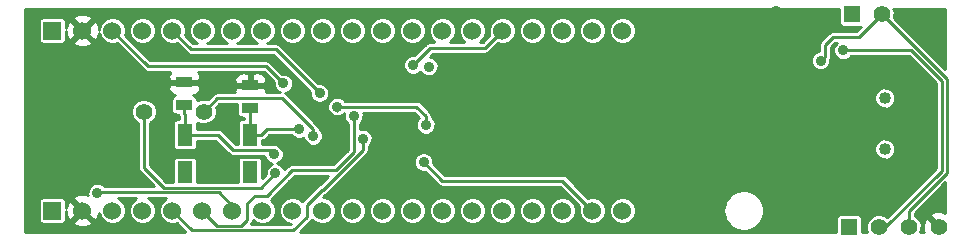
<source format=gbl>
G04 (created by PCBNEW (2013-07-07 BZR 4022)-stable) date 08/01/2015 19:31:04*
%MOIN*%
G04 Gerber Fmt 3.4, Leading zero omitted, Abs format*
%FSLAX34Y34*%
G01*
G70*
G90*
G04 APERTURE LIST*
%ADD10C,0.00590551*%
%ADD11R,0.06X0.06*%
%ADD12C,0.06*%
%ADD13R,0.055X0.035*%
%ADD14C,0.056*%
%ADD15C,0.04*%
%ADD16R,0.0511811X0.0748031*%
%ADD17R,0.055X0.055*%
%ADD18C,0.055*%
%ADD19C,0.035*%
%ADD20C,0.01*%
G04 APERTURE END LIST*
G54D10*
G54D11*
X44200Y-38000D03*
G54D12*
X49200Y-38000D03*
X50200Y-38000D03*
X51200Y-38000D03*
X52200Y-38000D03*
X53200Y-38000D03*
X54200Y-38000D03*
X55200Y-38000D03*
X56200Y-38000D03*
X57200Y-38000D03*
X58200Y-38000D03*
X59200Y-38000D03*
X60200Y-38000D03*
X61200Y-38000D03*
X62200Y-38000D03*
X45200Y-38000D03*
X46200Y-38000D03*
X47200Y-38000D03*
X48200Y-38000D03*
X63200Y-38000D03*
G54D11*
X44200Y-32000D03*
G54D12*
X49200Y-32000D03*
X50200Y-32000D03*
X51200Y-32000D03*
X52200Y-32000D03*
X53200Y-32000D03*
X54200Y-32000D03*
X55200Y-32000D03*
X56200Y-32000D03*
X57200Y-32000D03*
X58200Y-32000D03*
X59200Y-32000D03*
X60200Y-32000D03*
X61200Y-32000D03*
X62200Y-32000D03*
X45200Y-32000D03*
X46200Y-32000D03*
X47200Y-32000D03*
X48200Y-32000D03*
X63200Y-32000D03*
G54D13*
X48600Y-33725D03*
X48600Y-34475D03*
X50800Y-33825D03*
X50800Y-34575D03*
G54D14*
X47250Y-34700D03*
X49250Y-34700D03*
G54D15*
X71950Y-35950D03*
X71950Y-34250D03*
G54D16*
X48617Y-35470D03*
X50782Y-35470D03*
X50782Y-36729D03*
X48617Y-36729D03*
G54D17*
X70750Y-38550D03*
G54D18*
X71750Y-38550D03*
X72750Y-38550D03*
X73750Y-38550D03*
G54D17*
X70850Y-31450D03*
G54D18*
X71850Y-31450D03*
G54D19*
X56750Y-33200D03*
X51900Y-33759D03*
X70560Y-32660D03*
X69810Y-33000D03*
X56650Y-35150D03*
X53698Y-34538D03*
X54250Y-34850D03*
X56225Y-33150D03*
X54550Y-35600D03*
X56575Y-36383D03*
X53108Y-34084D03*
X52432Y-35284D03*
X51587Y-36119D03*
X51637Y-36752D03*
X52896Y-35510D03*
X45700Y-37400D03*
X52175Y-37125D03*
X52950Y-38600D03*
X51750Y-38350D03*
X44750Y-34500D03*
X62800Y-36450D03*
X59660Y-33900D03*
X61620Y-32520D03*
X59330Y-33270D03*
X59430Y-35960D03*
X64950Y-34050D03*
X64670Y-32700D03*
X65850Y-32200D03*
X64200Y-31920D03*
X72980Y-31500D03*
X49990Y-34980D03*
X53620Y-35550D03*
X72020Y-33170D03*
X71870Y-37210D03*
X68320Y-31350D03*
X62800Y-34300D03*
X67600Y-32500D03*
X70100Y-34250D03*
X50200Y-36575D03*
X69575Y-36375D03*
X53750Y-33650D03*
X51450Y-33850D03*
X46800Y-33850D03*
X63800Y-36450D03*
X56200Y-35900D03*
G54D20*
X51329Y-33188D02*
X51900Y-33759D01*
X47388Y-33188D02*
X51329Y-33188D01*
X46200Y-32000D02*
X47388Y-33188D01*
X71750Y-38550D02*
X71973Y-38550D01*
X72833Y-32660D02*
X70560Y-32660D01*
X73849Y-33676D02*
X72833Y-32660D01*
X73849Y-36673D02*
X73849Y-33676D01*
X71973Y-38550D02*
X73849Y-36673D01*
X71090Y-32210D02*
X71850Y-31450D01*
X70220Y-32210D02*
X71090Y-32210D01*
X69960Y-32470D02*
X70220Y-32210D01*
X69960Y-32850D02*
X69960Y-32470D01*
X69810Y-33000D02*
X69960Y-32850D01*
X72750Y-38550D02*
X72750Y-38000D01*
X74010Y-33610D02*
X71850Y-31450D01*
X74010Y-36740D02*
X74010Y-33610D01*
X72750Y-38000D02*
X74010Y-36740D01*
X56338Y-34538D02*
X56650Y-34850D01*
X56650Y-34850D02*
X56650Y-35150D01*
X53698Y-34538D02*
X56338Y-34538D01*
X53698Y-34669D02*
X53698Y-34538D01*
X54250Y-34850D02*
X54250Y-36050D01*
X49700Y-38500D02*
X49200Y-38000D01*
X50500Y-38500D02*
X49700Y-38500D01*
X50700Y-38300D02*
X50500Y-38500D01*
X50700Y-37750D02*
X50700Y-38300D01*
X50950Y-37500D02*
X50700Y-37750D01*
X51350Y-37500D02*
X50950Y-37500D01*
X52200Y-36650D02*
X51350Y-37500D01*
X53650Y-36650D02*
X52200Y-36650D01*
X54250Y-36050D02*
X53650Y-36650D01*
X56225Y-33150D02*
X56800Y-32575D01*
X58625Y-32575D02*
X59200Y-32000D01*
X56800Y-32575D02*
X58625Y-32575D01*
X48200Y-38000D02*
X48860Y-38660D01*
X54550Y-35976D02*
X54550Y-35600D01*
X53226Y-37300D02*
X54550Y-35976D01*
X53200Y-37300D02*
X53226Y-37300D01*
X52700Y-37800D02*
X53200Y-37300D01*
X52700Y-38200D02*
X52700Y-37800D01*
X52239Y-38660D02*
X52700Y-38200D01*
X48860Y-38660D02*
X52239Y-38660D01*
X61202Y-37002D02*
X62200Y-38000D01*
X57194Y-37002D02*
X61202Y-37002D01*
X56575Y-36383D02*
X57194Y-37002D01*
X48819Y-32619D02*
X48200Y-32000D01*
X51643Y-32619D02*
X48819Y-32619D01*
X53108Y-34084D02*
X51643Y-32619D01*
X50782Y-35470D02*
X50782Y-34965D01*
X50800Y-34948D02*
X50800Y-34575D01*
X50782Y-34965D02*
X50800Y-34948D01*
X51354Y-35284D02*
X51168Y-35470D01*
X52432Y-35284D02*
X51354Y-35284D01*
X50782Y-35470D02*
X51168Y-35470D01*
X51451Y-35982D02*
X51587Y-36119D01*
X50228Y-35982D02*
X51451Y-35982D01*
X49715Y-35470D02*
X50228Y-35982D01*
X48617Y-35470D02*
X49715Y-35470D01*
X48617Y-34797D02*
X48600Y-34780D01*
X48617Y-35470D02*
X48617Y-34797D01*
X48600Y-34475D02*
X48600Y-34780D01*
X47250Y-34700D02*
X47250Y-36575D01*
X51637Y-36752D02*
X51155Y-37234D01*
X51155Y-37234D02*
X49935Y-37234D01*
X47909Y-37234D02*
X49935Y-37234D01*
X47250Y-36575D02*
X47909Y-37234D01*
X52896Y-35288D02*
X52896Y-35510D01*
X51867Y-34259D02*
X52896Y-35288D01*
X49690Y-34259D02*
X51867Y-34259D01*
X49250Y-34700D02*
X49690Y-34259D01*
X50200Y-38000D02*
X50200Y-37850D01*
X45705Y-37394D02*
X45700Y-37400D01*
X49744Y-37394D02*
X45705Y-37394D01*
X50200Y-37850D02*
X49744Y-37394D01*
X52175Y-37125D02*
X52175Y-37175D01*
X51750Y-37600D02*
X51750Y-38350D01*
X52175Y-37175D02*
X51750Y-37600D01*
X59660Y-33900D02*
X59660Y-35730D01*
X59330Y-33570D02*
X59660Y-33900D01*
X61620Y-32520D02*
X60080Y-32520D01*
X61800Y-32700D02*
X61620Y-32520D01*
X64670Y-32700D02*
X61800Y-32700D01*
X60080Y-32520D02*
X59330Y-33270D01*
X59330Y-33270D02*
X59330Y-33570D01*
X59660Y-35730D02*
X59430Y-35960D01*
X64950Y-34050D02*
X64950Y-32980D01*
X64950Y-32980D02*
X64670Y-32700D01*
X65850Y-32200D02*
X64480Y-32200D01*
X64480Y-32200D02*
X64200Y-31920D01*
X51425Y-33825D02*
X50800Y-33825D01*
X51450Y-33850D02*
X51425Y-33825D01*
X56200Y-35900D02*
X56200Y-36650D01*
X63800Y-38150D02*
X63800Y-36450D01*
X63450Y-38500D02*
X63800Y-38150D01*
X61950Y-38500D02*
X63450Y-38500D01*
X61700Y-38250D02*
X61950Y-38500D01*
X61700Y-37800D02*
X61700Y-38250D01*
X61150Y-37250D02*
X61700Y-37800D01*
X56800Y-37250D02*
X61150Y-37250D01*
X56200Y-36650D02*
X56800Y-37250D01*
G54D10*
G36*
X50595Y-34900D02*
X50586Y-34946D01*
X50497Y-34946D01*
X50441Y-34968D01*
X50399Y-35010D01*
X50376Y-35066D01*
X50376Y-35125D01*
X50376Y-35782D01*
X50310Y-35782D01*
X49856Y-35328D01*
X49791Y-35285D01*
X49715Y-35270D01*
X49023Y-35270D01*
X49023Y-35071D01*
X49164Y-35129D01*
X49335Y-35130D01*
X49493Y-35064D01*
X49614Y-34943D01*
X49679Y-34785D01*
X49680Y-34614D01*
X49661Y-34570D01*
X49772Y-34459D01*
X50374Y-34459D01*
X50374Y-34779D01*
X50397Y-34834D01*
X50439Y-34877D01*
X50495Y-34899D01*
X50554Y-34900D01*
X50595Y-34900D01*
X50595Y-34900D01*
G37*
G54D20*
X50595Y-34900D02*
X50586Y-34946D01*
X50497Y-34946D01*
X50441Y-34968D01*
X50399Y-35010D01*
X50376Y-35066D01*
X50376Y-35125D01*
X50376Y-35782D01*
X50310Y-35782D01*
X49856Y-35328D01*
X49791Y-35285D01*
X49715Y-35270D01*
X49023Y-35270D01*
X49023Y-35071D01*
X49164Y-35129D01*
X49335Y-35130D01*
X49493Y-35064D01*
X49614Y-34943D01*
X49679Y-34785D01*
X49680Y-34614D01*
X49661Y-34570D01*
X49772Y-34459D01*
X50374Y-34459D01*
X50374Y-34779D01*
X50397Y-34834D01*
X50439Y-34877D01*
X50495Y-34899D01*
X50554Y-34900D01*
X50595Y-34900D01*
G54D10*
G36*
X53393Y-36850D02*
X53129Y-37114D01*
X53129Y-37114D01*
X53123Y-37115D01*
X53058Y-37158D01*
X52558Y-37658D01*
X52533Y-37696D01*
X52455Y-37618D01*
X52289Y-37550D01*
X52110Y-37549D01*
X51945Y-37618D01*
X51818Y-37744D01*
X51750Y-37910D01*
X51749Y-38089D01*
X51818Y-38254D01*
X51944Y-38381D01*
X52110Y-38449D01*
X52167Y-38449D01*
X52157Y-38460D01*
X50822Y-38460D01*
X50841Y-38441D01*
X50841Y-38441D01*
X50870Y-38398D01*
X50884Y-38376D01*
X50884Y-38376D01*
X50893Y-38330D01*
X50944Y-38381D01*
X51110Y-38449D01*
X51289Y-38450D01*
X51454Y-38381D01*
X51581Y-38255D01*
X51649Y-38089D01*
X51650Y-37910D01*
X51581Y-37745D01*
X51483Y-37646D01*
X51491Y-37641D01*
X52282Y-36850D01*
X53393Y-36850D01*
X53393Y-36850D01*
G37*
G54D20*
X53393Y-36850D02*
X53129Y-37114D01*
X53129Y-37114D01*
X53123Y-37115D01*
X53058Y-37158D01*
X52558Y-37658D01*
X52533Y-37696D01*
X52455Y-37618D01*
X52289Y-37550D01*
X52110Y-37549D01*
X51945Y-37618D01*
X51818Y-37744D01*
X51750Y-37910D01*
X51749Y-38089D01*
X51818Y-38254D01*
X51944Y-38381D01*
X52110Y-38449D01*
X52167Y-38449D01*
X52157Y-38460D01*
X50822Y-38460D01*
X50841Y-38441D01*
X50841Y-38441D01*
X50870Y-38398D01*
X50884Y-38376D01*
X50884Y-38376D01*
X50893Y-38330D01*
X50944Y-38381D01*
X51110Y-38449D01*
X51289Y-38450D01*
X51454Y-38381D01*
X51581Y-38255D01*
X51649Y-38089D01*
X51650Y-37910D01*
X51581Y-37745D01*
X51483Y-37646D01*
X51491Y-37641D01*
X52282Y-36850D01*
X53393Y-36850D01*
G54D10*
G36*
X73649Y-36590D02*
X72300Y-37940D01*
X72300Y-35880D01*
X72300Y-34180D01*
X72246Y-34052D01*
X72148Y-33953D01*
X72019Y-33900D01*
X71880Y-33899D01*
X71752Y-33953D01*
X71653Y-34051D01*
X71600Y-34180D01*
X71599Y-34319D01*
X71653Y-34448D01*
X71751Y-34546D01*
X71880Y-34599D01*
X72019Y-34600D01*
X72148Y-34546D01*
X72246Y-34448D01*
X72299Y-34319D01*
X72300Y-34180D01*
X72300Y-35880D01*
X72246Y-35752D01*
X72148Y-35653D01*
X72019Y-35600D01*
X71880Y-35599D01*
X71752Y-35653D01*
X71653Y-35751D01*
X71600Y-35880D01*
X71599Y-36019D01*
X71653Y-36148D01*
X71751Y-36246D01*
X71880Y-36299D01*
X72019Y-36300D01*
X72148Y-36246D01*
X72246Y-36148D01*
X72299Y-36019D01*
X72300Y-35880D01*
X72300Y-37940D01*
X72020Y-38219D01*
X71991Y-38189D01*
X71834Y-38125D01*
X71665Y-38124D01*
X71509Y-38189D01*
X71389Y-38308D01*
X71325Y-38465D01*
X71324Y-38634D01*
X71360Y-38720D01*
X71175Y-38720D01*
X71175Y-38245D01*
X71152Y-38190D01*
X71110Y-38147D01*
X71054Y-38125D01*
X70995Y-38124D01*
X70445Y-38124D01*
X70390Y-38147D01*
X70347Y-38189D01*
X70325Y-38245D01*
X70324Y-38304D01*
X70324Y-38720D01*
X67925Y-38720D01*
X67925Y-38034D01*
X67925Y-38000D01*
X67925Y-37965D01*
X67925Y-37964D01*
X67925Y-37964D01*
X67925Y-37964D01*
X67888Y-37773D01*
X67861Y-37709D01*
X67860Y-37708D01*
X67753Y-37547D01*
X67752Y-37546D01*
X67703Y-37496D01*
X67541Y-37389D01*
X67540Y-37388D01*
X67476Y-37361D01*
X67284Y-37323D01*
X67214Y-37323D01*
X67214Y-37324D01*
X67023Y-37361D01*
X66959Y-37388D01*
X66958Y-37389D01*
X66797Y-37496D01*
X66796Y-37497D01*
X66746Y-37546D01*
X66639Y-37708D01*
X66638Y-37709D01*
X66611Y-37773D01*
X66573Y-37965D01*
X66573Y-38000D01*
X66573Y-38034D01*
X66611Y-38226D01*
X66638Y-38290D01*
X66639Y-38291D01*
X66746Y-38453D01*
X66796Y-38502D01*
X66797Y-38503D01*
X66958Y-38610D01*
X66959Y-38611D01*
X67023Y-38638D01*
X67214Y-38675D01*
X67214Y-38676D01*
X67284Y-38676D01*
X67476Y-38638D01*
X67540Y-38611D01*
X67541Y-38610D01*
X67703Y-38503D01*
X67752Y-38453D01*
X67753Y-38452D01*
X67860Y-38291D01*
X67861Y-38290D01*
X67888Y-38226D01*
X67925Y-38035D01*
X67925Y-38035D01*
X67925Y-38035D01*
X67925Y-38034D01*
X67925Y-38720D01*
X63650Y-38720D01*
X63650Y-37910D01*
X63650Y-31910D01*
X63581Y-31745D01*
X63455Y-31618D01*
X63289Y-31550D01*
X63110Y-31549D01*
X62945Y-31618D01*
X62818Y-31744D01*
X62750Y-31910D01*
X62749Y-32089D01*
X62818Y-32254D01*
X62944Y-32381D01*
X63110Y-32449D01*
X63289Y-32450D01*
X63454Y-32381D01*
X63581Y-32255D01*
X63649Y-32089D01*
X63650Y-31910D01*
X63650Y-37910D01*
X63581Y-37745D01*
X63455Y-37618D01*
X63289Y-37550D01*
X63110Y-37549D01*
X62945Y-37618D01*
X62818Y-37744D01*
X62750Y-37910D01*
X62749Y-38089D01*
X62818Y-38254D01*
X62944Y-38381D01*
X63110Y-38449D01*
X63289Y-38450D01*
X63454Y-38381D01*
X63581Y-38255D01*
X63649Y-38089D01*
X63650Y-37910D01*
X63650Y-38720D01*
X62650Y-38720D01*
X62650Y-37910D01*
X62650Y-31910D01*
X62581Y-31745D01*
X62455Y-31618D01*
X62289Y-31550D01*
X62110Y-31549D01*
X61945Y-31618D01*
X61818Y-31744D01*
X61750Y-31910D01*
X61749Y-32089D01*
X61818Y-32254D01*
X61944Y-32381D01*
X62110Y-32449D01*
X62289Y-32450D01*
X62454Y-32381D01*
X62581Y-32255D01*
X62649Y-32089D01*
X62650Y-31910D01*
X62650Y-37910D01*
X62581Y-37745D01*
X62455Y-37618D01*
X62289Y-37550D01*
X62110Y-37549D01*
X62055Y-37572D01*
X61650Y-37167D01*
X61650Y-31910D01*
X61581Y-31745D01*
X61455Y-31618D01*
X61289Y-31550D01*
X61110Y-31549D01*
X60945Y-31618D01*
X60818Y-31744D01*
X60750Y-31910D01*
X60749Y-32089D01*
X60818Y-32254D01*
X60944Y-32381D01*
X61110Y-32449D01*
X61289Y-32450D01*
X61454Y-32381D01*
X61581Y-32255D01*
X61649Y-32089D01*
X61650Y-31910D01*
X61650Y-37167D01*
X61344Y-36861D01*
X61279Y-36818D01*
X61202Y-36802D01*
X60650Y-36802D01*
X60650Y-31910D01*
X60581Y-31745D01*
X60455Y-31618D01*
X60289Y-31550D01*
X60110Y-31549D01*
X59945Y-31618D01*
X59818Y-31744D01*
X59750Y-31910D01*
X59749Y-32089D01*
X59818Y-32254D01*
X59944Y-32381D01*
X60110Y-32449D01*
X60289Y-32450D01*
X60454Y-32381D01*
X60581Y-32255D01*
X60649Y-32089D01*
X60650Y-31910D01*
X60650Y-36802D01*
X59650Y-36802D01*
X59650Y-31910D01*
X59581Y-31745D01*
X59455Y-31618D01*
X59289Y-31550D01*
X59110Y-31549D01*
X58945Y-31618D01*
X58818Y-31744D01*
X58750Y-31910D01*
X58749Y-32089D01*
X58772Y-32144D01*
X58542Y-32375D01*
X58461Y-32375D01*
X58581Y-32255D01*
X58649Y-32089D01*
X58650Y-31910D01*
X58581Y-31745D01*
X58455Y-31618D01*
X58289Y-31550D01*
X58110Y-31549D01*
X57945Y-31618D01*
X57818Y-31744D01*
X57750Y-31910D01*
X57749Y-32089D01*
X57818Y-32254D01*
X57938Y-32375D01*
X57461Y-32375D01*
X57581Y-32255D01*
X57649Y-32089D01*
X57650Y-31910D01*
X57581Y-31745D01*
X57455Y-31618D01*
X57289Y-31550D01*
X57110Y-31549D01*
X56945Y-31618D01*
X56818Y-31744D01*
X56750Y-31910D01*
X56749Y-32089D01*
X56818Y-32254D01*
X56938Y-32375D01*
X56800Y-32375D01*
X56723Y-32390D01*
X56701Y-32404D01*
X56658Y-32433D01*
X56650Y-32442D01*
X56650Y-31910D01*
X56581Y-31745D01*
X56455Y-31618D01*
X56289Y-31550D01*
X56110Y-31549D01*
X55945Y-31618D01*
X55818Y-31744D01*
X55750Y-31910D01*
X55749Y-32089D01*
X55818Y-32254D01*
X55944Y-32381D01*
X56110Y-32449D01*
X56289Y-32450D01*
X56454Y-32381D01*
X56581Y-32255D01*
X56649Y-32089D01*
X56650Y-31910D01*
X56650Y-32442D01*
X56267Y-32825D01*
X56160Y-32824D01*
X56041Y-32874D01*
X55949Y-32965D01*
X55900Y-33085D01*
X55899Y-33214D01*
X55949Y-33333D01*
X56040Y-33425D01*
X56160Y-33474D01*
X56289Y-33475D01*
X56408Y-33425D01*
X56467Y-33367D01*
X56474Y-33383D01*
X56565Y-33475D01*
X56685Y-33524D01*
X56814Y-33525D01*
X56933Y-33475D01*
X57025Y-33384D01*
X57074Y-33264D01*
X57075Y-33135D01*
X57025Y-33016D01*
X56934Y-32924D01*
X56814Y-32875D01*
X56782Y-32875D01*
X56882Y-32775D01*
X58625Y-32775D01*
X58701Y-32759D01*
X58766Y-32716D01*
X59055Y-32427D01*
X59110Y-32449D01*
X59289Y-32450D01*
X59454Y-32381D01*
X59581Y-32255D01*
X59649Y-32089D01*
X59650Y-31910D01*
X59650Y-36802D01*
X57277Y-36802D01*
X56900Y-36425D01*
X56900Y-36319D01*
X56850Y-36199D01*
X56759Y-36108D01*
X56640Y-36058D01*
X56510Y-36058D01*
X56391Y-36108D01*
X56299Y-36199D01*
X56250Y-36318D01*
X56250Y-36448D01*
X56299Y-36567D01*
X56390Y-36659D01*
X56510Y-36708D01*
X56617Y-36708D01*
X57052Y-37144D01*
X57052Y-37144D01*
X57096Y-37173D01*
X57117Y-37187D01*
X57117Y-37187D01*
X57194Y-37202D01*
X61120Y-37202D01*
X61772Y-37855D01*
X61750Y-37910D01*
X61749Y-38089D01*
X61818Y-38254D01*
X61944Y-38381D01*
X62110Y-38449D01*
X62289Y-38450D01*
X62454Y-38381D01*
X62581Y-38255D01*
X62649Y-38089D01*
X62650Y-37910D01*
X62650Y-38720D01*
X61650Y-38720D01*
X61650Y-37910D01*
X61581Y-37745D01*
X61455Y-37618D01*
X61289Y-37550D01*
X61110Y-37549D01*
X60945Y-37618D01*
X60818Y-37744D01*
X60750Y-37910D01*
X60749Y-38089D01*
X60818Y-38254D01*
X60944Y-38381D01*
X61110Y-38449D01*
X61289Y-38450D01*
X61454Y-38381D01*
X61581Y-38255D01*
X61649Y-38089D01*
X61650Y-37910D01*
X61650Y-38720D01*
X60650Y-38720D01*
X60650Y-37910D01*
X60581Y-37745D01*
X60455Y-37618D01*
X60289Y-37550D01*
X60110Y-37549D01*
X59945Y-37618D01*
X59818Y-37744D01*
X59750Y-37910D01*
X59749Y-38089D01*
X59818Y-38254D01*
X59944Y-38381D01*
X60110Y-38449D01*
X60289Y-38450D01*
X60454Y-38381D01*
X60581Y-38255D01*
X60649Y-38089D01*
X60650Y-37910D01*
X60650Y-38720D01*
X59650Y-38720D01*
X59650Y-37910D01*
X59581Y-37745D01*
X59455Y-37618D01*
X59289Y-37550D01*
X59110Y-37549D01*
X58945Y-37618D01*
X58818Y-37744D01*
X58750Y-37910D01*
X58749Y-38089D01*
X58818Y-38254D01*
X58944Y-38381D01*
X59110Y-38449D01*
X59289Y-38450D01*
X59454Y-38381D01*
X59581Y-38255D01*
X59649Y-38089D01*
X59650Y-37910D01*
X59650Y-38720D01*
X58650Y-38720D01*
X58650Y-37910D01*
X58581Y-37745D01*
X58455Y-37618D01*
X58289Y-37550D01*
X58110Y-37549D01*
X57945Y-37618D01*
X57818Y-37744D01*
X57750Y-37910D01*
X57749Y-38089D01*
X57818Y-38254D01*
X57944Y-38381D01*
X58110Y-38449D01*
X58289Y-38450D01*
X58454Y-38381D01*
X58581Y-38255D01*
X58649Y-38089D01*
X58650Y-37910D01*
X58650Y-38720D01*
X57650Y-38720D01*
X57650Y-37910D01*
X57581Y-37745D01*
X57455Y-37618D01*
X57289Y-37550D01*
X57110Y-37549D01*
X56945Y-37618D01*
X56818Y-37744D01*
X56750Y-37910D01*
X56749Y-38089D01*
X56818Y-38254D01*
X56944Y-38381D01*
X57110Y-38449D01*
X57289Y-38450D01*
X57454Y-38381D01*
X57581Y-38255D01*
X57649Y-38089D01*
X57650Y-37910D01*
X57650Y-38720D01*
X56650Y-38720D01*
X56650Y-37910D01*
X56581Y-37745D01*
X56455Y-37618D01*
X56289Y-37550D01*
X56110Y-37549D01*
X55945Y-37618D01*
X55818Y-37744D01*
X55750Y-37910D01*
X55749Y-38089D01*
X55818Y-38254D01*
X55944Y-38381D01*
X56110Y-38449D01*
X56289Y-38450D01*
X56454Y-38381D01*
X56581Y-38255D01*
X56649Y-38089D01*
X56650Y-37910D01*
X56650Y-38720D01*
X55650Y-38720D01*
X55650Y-37910D01*
X55581Y-37745D01*
X55455Y-37618D01*
X55289Y-37550D01*
X55110Y-37549D01*
X54945Y-37618D01*
X54818Y-37744D01*
X54750Y-37910D01*
X54749Y-38089D01*
X54818Y-38254D01*
X54944Y-38381D01*
X55110Y-38449D01*
X55289Y-38450D01*
X55454Y-38381D01*
X55581Y-38255D01*
X55649Y-38089D01*
X55650Y-37910D01*
X55650Y-38720D01*
X54650Y-38720D01*
X54650Y-37910D01*
X54581Y-37745D01*
X54455Y-37618D01*
X54289Y-37550D01*
X54110Y-37549D01*
X53945Y-37618D01*
X53818Y-37744D01*
X53750Y-37910D01*
X53749Y-38089D01*
X53818Y-38254D01*
X53944Y-38381D01*
X54110Y-38449D01*
X54289Y-38450D01*
X54454Y-38381D01*
X54581Y-38255D01*
X54649Y-38089D01*
X54650Y-37910D01*
X54650Y-38720D01*
X52462Y-38720D01*
X52841Y-38341D01*
X52841Y-38341D01*
X52866Y-38303D01*
X52944Y-38381D01*
X53110Y-38449D01*
X53289Y-38450D01*
X53454Y-38381D01*
X53581Y-38255D01*
X53649Y-38089D01*
X53650Y-37910D01*
X53581Y-37745D01*
X53455Y-37618D01*
X53289Y-37550D01*
X53232Y-37550D01*
X53296Y-37485D01*
X53302Y-37484D01*
X53367Y-37441D01*
X54691Y-36117D01*
X54691Y-36117D01*
X54720Y-36074D01*
X54734Y-36052D01*
X54734Y-36052D01*
X54749Y-35976D01*
X54750Y-35976D01*
X54750Y-35859D01*
X54825Y-35784D01*
X54874Y-35664D01*
X54875Y-35535D01*
X54825Y-35416D01*
X54734Y-35324D01*
X54614Y-35275D01*
X54485Y-35274D01*
X54450Y-35289D01*
X54450Y-35109D01*
X54525Y-35034D01*
X54574Y-34914D01*
X54575Y-34785D01*
X54555Y-34738D01*
X56255Y-34738D01*
X56428Y-34911D01*
X56374Y-34965D01*
X56325Y-35085D01*
X56324Y-35214D01*
X56374Y-35333D01*
X56465Y-35425D01*
X56585Y-35474D01*
X56714Y-35475D01*
X56833Y-35425D01*
X56925Y-35334D01*
X56974Y-35214D01*
X56975Y-35085D01*
X56925Y-34966D01*
X56850Y-34890D01*
X56850Y-34850D01*
X56834Y-34773D01*
X56791Y-34708D01*
X56479Y-34396D01*
X56414Y-34353D01*
X56338Y-34338D01*
X55650Y-34338D01*
X55650Y-31910D01*
X55581Y-31745D01*
X55455Y-31618D01*
X55289Y-31550D01*
X55110Y-31549D01*
X54945Y-31618D01*
X54818Y-31744D01*
X54750Y-31910D01*
X54749Y-32089D01*
X54818Y-32254D01*
X54944Y-32381D01*
X55110Y-32449D01*
X55289Y-32450D01*
X55454Y-32381D01*
X55581Y-32255D01*
X55649Y-32089D01*
X55650Y-31910D01*
X55650Y-34338D01*
X54650Y-34338D01*
X54650Y-31910D01*
X54581Y-31745D01*
X54455Y-31618D01*
X54289Y-31550D01*
X54110Y-31549D01*
X53945Y-31618D01*
X53818Y-31744D01*
X53750Y-31910D01*
X53749Y-32089D01*
X53818Y-32254D01*
X53944Y-32381D01*
X54110Y-32449D01*
X54289Y-32450D01*
X54454Y-32381D01*
X54581Y-32255D01*
X54649Y-32089D01*
X54650Y-31910D01*
X54650Y-34338D01*
X53957Y-34338D01*
X53882Y-34263D01*
X53763Y-34213D01*
X53650Y-34213D01*
X53650Y-31910D01*
X53581Y-31745D01*
X53455Y-31618D01*
X53289Y-31550D01*
X53110Y-31549D01*
X52945Y-31618D01*
X52818Y-31744D01*
X52750Y-31910D01*
X52749Y-32089D01*
X52818Y-32254D01*
X52944Y-32381D01*
X53110Y-32449D01*
X53289Y-32450D01*
X53454Y-32381D01*
X53581Y-32255D01*
X53649Y-32089D01*
X53650Y-31910D01*
X53650Y-34213D01*
X53633Y-34213D01*
X53514Y-34262D01*
X53433Y-34343D01*
X53433Y-34020D01*
X53383Y-33900D01*
X53292Y-33809D01*
X53173Y-33759D01*
X53066Y-33759D01*
X52650Y-33343D01*
X52650Y-31910D01*
X52581Y-31745D01*
X52455Y-31618D01*
X52289Y-31550D01*
X52110Y-31549D01*
X51945Y-31618D01*
X51818Y-31744D01*
X51750Y-31910D01*
X51749Y-32089D01*
X51818Y-32254D01*
X51944Y-32381D01*
X52110Y-32449D01*
X52289Y-32450D01*
X52454Y-32381D01*
X52581Y-32255D01*
X52649Y-32089D01*
X52650Y-31910D01*
X52650Y-33343D01*
X51784Y-32478D01*
X51719Y-32434D01*
X51643Y-32419D01*
X51362Y-32419D01*
X51454Y-32381D01*
X51581Y-32255D01*
X51649Y-32089D01*
X51650Y-31910D01*
X51581Y-31745D01*
X51455Y-31618D01*
X51289Y-31550D01*
X51110Y-31549D01*
X50945Y-31618D01*
X50818Y-31744D01*
X50750Y-31910D01*
X50749Y-32089D01*
X50818Y-32254D01*
X50944Y-32381D01*
X51037Y-32419D01*
X50362Y-32419D01*
X50454Y-32381D01*
X50581Y-32255D01*
X50649Y-32089D01*
X50650Y-31910D01*
X50581Y-31745D01*
X50455Y-31618D01*
X50289Y-31550D01*
X50110Y-31549D01*
X49945Y-31618D01*
X49818Y-31744D01*
X49750Y-31910D01*
X49749Y-32089D01*
X49818Y-32254D01*
X49944Y-32381D01*
X50037Y-32419D01*
X49362Y-32419D01*
X49454Y-32381D01*
X49581Y-32255D01*
X49649Y-32089D01*
X49650Y-31910D01*
X49581Y-31745D01*
X49455Y-31618D01*
X49289Y-31550D01*
X49110Y-31549D01*
X48945Y-31618D01*
X48818Y-31744D01*
X48750Y-31910D01*
X48749Y-32089D01*
X48818Y-32254D01*
X48944Y-32381D01*
X49037Y-32419D01*
X48902Y-32419D01*
X48627Y-32144D01*
X48649Y-32089D01*
X48650Y-31910D01*
X48581Y-31745D01*
X48455Y-31618D01*
X48289Y-31550D01*
X48110Y-31549D01*
X47945Y-31618D01*
X47818Y-31744D01*
X47750Y-31910D01*
X47749Y-32089D01*
X47818Y-32254D01*
X47944Y-32381D01*
X48110Y-32449D01*
X48289Y-32450D01*
X48344Y-32427D01*
X48678Y-32761D01*
X48743Y-32804D01*
X48743Y-32804D01*
X48819Y-32819D01*
X51560Y-32819D01*
X52783Y-34042D01*
X52783Y-34149D01*
X52832Y-34268D01*
X52923Y-34360D01*
X53043Y-34409D01*
X53172Y-34409D01*
X53292Y-34360D01*
X53383Y-34269D01*
X53433Y-34149D01*
X53433Y-34020D01*
X53433Y-34343D01*
X53422Y-34354D01*
X53373Y-34473D01*
X53373Y-34602D01*
X53422Y-34722D01*
X53513Y-34813D01*
X53633Y-34863D01*
X53668Y-34863D01*
X53698Y-34869D01*
X53727Y-34863D01*
X53762Y-34863D01*
X53882Y-34814D01*
X53934Y-34761D01*
X53925Y-34785D01*
X53924Y-34914D01*
X53974Y-35033D01*
X54050Y-35109D01*
X54050Y-35967D01*
X53567Y-36450D01*
X52200Y-36450D01*
X52123Y-36465D01*
X52058Y-36508D01*
X51938Y-36629D01*
X51913Y-36568D01*
X51821Y-36476D01*
X51702Y-36427D01*
X51693Y-36427D01*
X51771Y-36395D01*
X51863Y-36303D01*
X51912Y-36184D01*
X51912Y-36055D01*
X51863Y-35935D01*
X51772Y-35844D01*
X51652Y-35794D01*
X51523Y-35794D01*
X51518Y-35796D01*
X51451Y-35782D01*
X51188Y-35782D01*
X51188Y-35666D01*
X51245Y-35654D01*
X51310Y-35611D01*
X51437Y-35484D01*
X52172Y-35484D01*
X52247Y-35559D01*
X52367Y-35608D01*
X52496Y-35609D01*
X52573Y-35577D01*
X52621Y-35693D01*
X52712Y-35785D01*
X52831Y-35835D01*
X52961Y-35835D01*
X53080Y-35785D01*
X53172Y-35694D01*
X53221Y-35575D01*
X53221Y-35445D01*
X53172Y-35326D01*
X53087Y-35240D01*
X53087Y-35240D01*
X53081Y-35212D01*
X53081Y-35212D01*
X53067Y-35190D01*
X53038Y-35147D01*
X53038Y-35147D01*
X52009Y-34118D01*
X51958Y-34084D01*
X51964Y-34084D01*
X52084Y-34034D01*
X52175Y-33943D01*
X52225Y-33824D01*
X52225Y-33694D01*
X52176Y-33575D01*
X52084Y-33483D01*
X51965Y-33434D01*
X51858Y-33434D01*
X51471Y-33047D01*
X51406Y-33003D01*
X51329Y-32988D01*
X47650Y-32988D01*
X47650Y-31910D01*
X47581Y-31745D01*
X47455Y-31618D01*
X47289Y-31550D01*
X47110Y-31549D01*
X46945Y-31618D01*
X46818Y-31744D01*
X46750Y-31910D01*
X46749Y-32089D01*
X46818Y-32254D01*
X46944Y-32381D01*
X47110Y-32449D01*
X47289Y-32450D01*
X47454Y-32381D01*
X47581Y-32255D01*
X47649Y-32089D01*
X47650Y-31910D01*
X47650Y-32988D01*
X47471Y-32988D01*
X46627Y-32144D01*
X46649Y-32089D01*
X46650Y-31910D01*
X46581Y-31745D01*
X46455Y-31618D01*
X46289Y-31550D01*
X46110Y-31549D01*
X45945Y-31618D01*
X45818Y-31744D01*
X45750Y-31910D01*
X45750Y-31986D01*
X45743Y-31863D01*
X45681Y-31712D01*
X45585Y-31684D01*
X45515Y-31755D01*
X45515Y-31614D01*
X45487Y-31518D01*
X45281Y-31445D01*
X45063Y-31456D01*
X44912Y-31518D01*
X44884Y-31614D01*
X45200Y-31929D01*
X45515Y-31614D01*
X45515Y-31755D01*
X45270Y-32000D01*
X45585Y-32315D01*
X45681Y-32287D01*
X45751Y-32092D01*
X45818Y-32254D01*
X45944Y-32381D01*
X46110Y-32449D01*
X46289Y-32450D01*
X46344Y-32427D01*
X47247Y-33330D01*
X47312Y-33373D01*
X47312Y-33373D01*
X47388Y-33388D01*
X48132Y-33388D01*
X48112Y-33408D01*
X48074Y-33500D01*
X48075Y-33612D01*
X48137Y-33675D01*
X48550Y-33675D01*
X48550Y-33667D01*
X48650Y-33667D01*
X48650Y-33675D01*
X49062Y-33675D01*
X49125Y-33612D01*
X49125Y-33500D01*
X49087Y-33408D01*
X49067Y-33388D01*
X51247Y-33388D01*
X51575Y-33717D01*
X51575Y-33823D01*
X51624Y-33943D01*
X51716Y-34034D01*
X51776Y-34059D01*
X51320Y-34059D01*
X51325Y-34049D01*
X51325Y-33600D01*
X51287Y-33508D01*
X51216Y-33438D01*
X51124Y-33400D01*
X51025Y-33399D01*
X50912Y-33400D01*
X50850Y-33462D01*
X50850Y-33775D01*
X51262Y-33775D01*
X51325Y-33712D01*
X51325Y-33600D01*
X51325Y-34049D01*
X51325Y-33937D01*
X51262Y-33875D01*
X50850Y-33875D01*
X50850Y-33882D01*
X50750Y-33882D01*
X50750Y-33875D01*
X50750Y-33775D01*
X50750Y-33462D01*
X50687Y-33400D01*
X50574Y-33399D01*
X50475Y-33400D01*
X50383Y-33438D01*
X50312Y-33508D01*
X50274Y-33600D01*
X50275Y-33712D01*
X50337Y-33775D01*
X50750Y-33775D01*
X50750Y-33875D01*
X50337Y-33875D01*
X50275Y-33937D01*
X50274Y-34049D01*
X50279Y-34059D01*
X49690Y-34059D01*
X49626Y-34072D01*
X49613Y-34075D01*
X49548Y-34118D01*
X49379Y-34288D01*
X49335Y-34270D01*
X49164Y-34269D01*
X49025Y-34327D01*
X49025Y-34270D01*
X49002Y-34215D01*
X48960Y-34172D01*
X48904Y-34150D01*
X48875Y-34149D01*
X48924Y-34149D01*
X49016Y-34111D01*
X49087Y-34041D01*
X49125Y-33949D01*
X49125Y-33837D01*
X49062Y-33775D01*
X48650Y-33775D01*
X48650Y-33782D01*
X48550Y-33782D01*
X48550Y-33775D01*
X48137Y-33775D01*
X48075Y-33837D01*
X48074Y-33949D01*
X48112Y-34041D01*
X48183Y-34111D01*
X48275Y-34149D01*
X48295Y-34149D01*
X48295Y-34149D01*
X48240Y-34172D01*
X48197Y-34214D01*
X48175Y-34270D01*
X48174Y-34329D01*
X48174Y-34679D01*
X48197Y-34734D01*
X48239Y-34777D01*
X48295Y-34799D01*
X48354Y-34800D01*
X48403Y-34800D01*
X48415Y-34856D01*
X48417Y-34859D01*
X48417Y-34946D01*
X48331Y-34946D01*
X48276Y-34968D01*
X48234Y-35010D01*
X48211Y-35066D01*
X48211Y-35125D01*
X48211Y-35873D01*
X48234Y-35928D01*
X48276Y-35971D01*
X48331Y-35994D01*
X48391Y-35994D01*
X48902Y-35994D01*
X48958Y-35971D01*
X49000Y-35929D01*
X49023Y-35874D01*
X49023Y-35814D01*
X49023Y-35670D01*
X49632Y-35670D01*
X50086Y-36124D01*
X50086Y-36124D01*
X50130Y-36153D01*
X50151Y-36167D01*
X50151Y-36167D01*
X50228Y-36182D01*
X51262Y-36182D01*
X51262Y-36183D01*
X51311Y-36303D01*
X51403Y-36394D01*
X51522Y-36444D01*
X51531Y-36444D01*
X51453Y-36476D01*
X51361Y-36567D01*
X51312Y-36687D01*
X51312Y-36794D01*
X51188Y-36918D01*
X51188Y-36326D01*
X51165Y-36271D01*
X51123Y-36228D01*
X51068Y-36205D01*
X51008Y-36205D01*
X50497Y-36205D01*
X50441Y-36228D01*
X50399Y-36270D01*
X50376Y-36325D01*
X50376Y-36385D01*
X50376Y-37034D01*
X49935Y-37034D01*
X49023Y-37034D01*
X49023Y-36326D01*
X49000Y-36271D01*
X48958Y-36228D01*
X48903Y-36205D01*
X48843Y-36205D01*
X48331Y-36205D01*
X48276Y-36228D01*
X48234Y-36270D01*
X48211Y-36325D01*
X48211Y-36385D01*
X48211Y-37034D01*
X47991Y-37034D01*
X47450Y-36492D01*
X47450Y-35082D01*
X47493Y-35064D01*
X47614Y-34943D01*
X47679Y-34785D01*
X47680Y-34614D01*
X47614Y-34456D01*
X47493Y-34335D01*
X47335Y-34270D01*
X47164Y-34269D01*
X47006Y-34335D01*
X46885Y-34456D01*
X46820Y-34614D01*
X46819Y-34785D01*
X46885Y-34943D01*
X47006Y-35064D01*
X47050Y-35082D01*
X47050Y-36575D01*
X47065Y-36651D01*
X47108Y-36716D01*
X47586Y-37194D01*
X45953Y-37194D01*
X45884Y-37124D01*
X45764Y-37075D01*
X45635Y-37074D01*
X45516Y-37124D01*
X45515Y-37125D01*
X45515Y-32385D01*
X45200Y-32070D01*
X45129Y-32141D01*
X45129Y-32000D01*
X44814Y-31684D01*
X44718Y-31712D01*
X44650Y-31904D01*
X44650Y-31670D01*
X44627Y-31615D01*
X44585Y-31572D01*
X44529Y-31550D01*
X44470Y-31549D01*
X43870Y-31549D01*
X43815Y-31572D01*
X43772Y-31614D01*
X43750Y-31670D01*
X43749Y-31729D01*
X43749Y-32329D01*
X43772Y-32384D01*
X43814Y-32427D01*
X43870Y-32449D01*
X43929Y-32450D01*
X44529Y-32450D01*
X44584Y-32427D01*
X44627Y-32385D01*
X44649Y-32329D01*
X44650Y-32270D01*
X44650Y-32014D01*
X44656Y-32136D01*
X44718Y-32287D01*
X44814Y-32315D01*
X45129Y-32000D01*
X45129Y-32141D01*
X44884Y-32385D01*
X44912Y-32481D01*
X45118Y-32554D01*
X45336Y-32543D01*
X45487Y-32481D01*
X45515Y-32385D01*
X45515Y-37125D01*
X45424Y-37215D01*
X45375Y-37335D01*
X45374Y-37464D01*
X45381Y-37480D01*
X45281Y-37445D01*
X45063Y-37456D01*
X44912Y-37518D01*
X44884Y-37614D01*
X45200Y-37929D01*
X45205Y-37923D01*
X45276Y-37994D01*
X45270Y-38000D01*
X45585Y-38315D01*
X45681Y-38287D01*
X45751Y-38092D01*
X45818Y-38254D01*
X45944Y-38381D01*
X46110Y-38449D01*
X46289Y-38450D01*
X46454Y-38381D01*
X46581Y-38255D01*
X46649Y-38089D01*
X46650Y-37910D01*
X46581Y-37745D01*
X46455Y-37618D01*
X46395Y-37594D01*
X47003Y-37594D01*
X46945Y-37618D01*
X46818Y-37744D01*
X46750Y-37910D01*
X46749Y-38089D01*
X46818Y-38254D01*
X46944Y-38381D01*
X47110Y-38449D01*
X47289Y-38450D01*
X47454Y-38381D01*
X47581Y-38255D01*
X47649Y-38089D01*
X47650Y-37910D01*
X47581Y-37745D01*
X47455Y-37618D01*
X47395Y-37594D01*
X48003Y-37594D01*
X47945Y-37618D01*
X47818Y-37744D01*
X47750Y-37910D01*
X47749Y-38089D01*
X47818Y-38254D01*
X47944Y-38381D01*
X48110Y-38449D01*
X48289Y-38450D01*
X48344Y-38427D01*
X48637Y-38720D01*
X45515Y-38720D01*
X45515Y-38385D01*
X45200Y-38070D01*
X45129Y-38141D01*
X45129Y-38000D01*
X44814Y-37684D01*
X44718Y-37712D01*
X44650Y-37904D01*
X44650Y-37670D01*
X44627Y-37615D01*
X44585Y-37572D01*
X44529Y-37550D01*
X44470Y-37549D01*
X43870Y-37549D01*
X43815Y-37572D01*
X43772Y-37614D01*
X43750Y-37670D01*
X43749Y-37729D01*
X43749Y-38329D01*
X43772Y-38384D01*
X43814Y-38427D01*
X43870Y-38449D01*
X43929Y-38450D01*
X44529Y-38450D01*
X44584Y-38427D01*
X44627Y-38385D01*
X44649Y-38329D01*
X44650Y-38270D01*
X44650Y-38014D01*
X44656Y-38136D01*
X44718Y-38287D01*
X44814Y-38315D01*
X45129Y-38000D01*
X45129Y-38141D01*
X44884Y-38385D01*
X44912Y-38481D01*
X45118Y-38554D01*
X45336Y-38543D01*
X45487Y-38481D01*
X45515Y-38385D01*
X45515Y-38720D01*
X43279Y-38720D01*
X43279Y-31279D01*
X70424Y-31279D01*
X70424Y-31754D01*
X70447Y-31809D01*
X70489Y-31852D01*
X70545Y-31874D01*
X70604Y-31875D01*
X71142Y-31875D01*
X71007Y-32010D01*
X70220Y-32010D01*
X70143Y-32025D01*
X70121Y-32039D01*
X70078Y-32068D01*
X69818Y-32328D01*
X69775Y-32393D01*
X69760Y-32470D01*
X69760Y-32674D01*
X69745Y-32674D01*
X69626Y-32724D01*
X69534Y-32815D01*
X69485Y-32935D01*
X69484Y-33064D01*
X69534Y-33183D01*
X69625Y-33275D01*
X69745Y-33324D01*
X69874Y-33325D01*
X69993Y-33275D01*
X70085Y-33184D01*
X70134Y-33064D01*
X70135Y-32941D01*
X70144Y-32926D01*
X70144Y-32926D01*
X70147Y-32913D01*
X70159Y-32850D01*
X70160Y-32850D01*
X70160Y-32552D01*
X70302Y-32410D01*
X70350Y-32410D01*
X70284Y-32475D01*
X70235Y-32595D01*
X70234Y-32724D01*
X70284Y-32843D01*
X70375Y-32935D01*
X70495Y-32984D01*
X70624Y-32985D01*
X70743Y-32935D01*
X70819Y-32860D01*
X72750Y-32860D01*
X73649Y-33759D01*
X73649Y-36590D01*
X73649Y-36590D01*
G37*
G54D20*
X73649Y-36590D02*
X72300Y-37940D01*
X72300Y-35880D01*
X72300Y-34180D01*
X72246Y-34052D01*
X72148Y-33953D01*
X72019Y-33900D01*
X71880Y-33899D01*
X71752Y-33953D01*
X71653Y-34051D01*
X71600Y-34180D01*
X71599Y-34319D01*
X71653Y-34448D01*
X71751Y-34546D01*
X71880Y-34599D01*
X72019Y-34600D01*
X72148Y-34546D01*
X72246Y-34448D01*
X72299Y-34319D01*
X72300Y-34180D01*
X72300Y-35880D01*
X72246Y-35752D01*
X72148Y-35653D01*
X72019Y-35600D01*
X71880Y-35599D01*
X71752Y-35653D01*
X71653Y-35751D01*
X71600Y-35880D01*
X71599Y-36019D01*
X71653Y-36148D01*
X71751Y-36246D01*
X71880Y-36299D01*
X72019Y-36300D01*
X72148Y-36246D01*
X72246Y-36148D01*
X72299Y-36019D01*
X72300Y-35880D01*
X72300Y-37940D01*
X72020Y-38219D01*
X71991Y-38189D01*
X71834Y-38125D01*
X71665Y-38124D01*
X71509Y-38189D01*
X71389Y-38308D01*
X71325Y-38465D01*
X71324Y-38634D01*
X71360Y-38720D01*
X71175Y-38720D01*
X71175Y-38245D01*
X71152Y-38190D01*
X71110Y-38147D01*
X71054Y-38125D01*
X70995Y-38124D01*
X70445Y-38124D01*
X70390Y-38147D01*
X70347Y-38189D01*
X70325Y-38245D01*
X70324Y-38304D01*
X70324Y-38720D01*
X67925Y-38720D01*
X67925Y-38034D01*
X67925Y-38000D01*
X67925Y-37965D01*
X67925Y-37964D01*
X67925Y-37964D01*
X67925Y-37964D01*
X67888Y-37773D01*
X67861Y-37709D01*
X67860Y-37708D01*
X67753Y-37547D01*
X67752Y-37546D01*
X67703Y-37496D01*
X67541Y-37389D01*
X67540Y-37388D01*
X67476Y-37361D01*
X67284Y-37323D01*
X67214Y-37323D01*
X67214Y-37324D01*
X67023Y-37361D01*
X66959Y-37388D01*
X66958Y-37389D01*
X66797Y-37496D01*
X66796Y-37497D01*
X66746Y-37546D01*
X66639Y-37708D01*
X66638Y-37709D01*
X66611Y-37773D01*
X66573Y-37965D01*
X66573Y-38000D01*
X66573Y-38034D01*
X66611Y-38226D01*
X66638Y-38290D01*
X66639Y-38291D01*
X66746Y-38453D01*
X66796Y-38502D01*
X66797Y-38503D01*
X66958Y-38610D01*
X66959Y-38611D01*
X67023Y-38638D01*
X67214Y-38675D01*
X67214Y-38676D01*
X67284Y-38676D01*
X67476Y-38638D01*
X67540Y-38611D01*
X67541Y-38610D01*
X67703Y-38503D01*
X67752Y-38453D01*
X67753Y-38452D01*
X67860Y-38291D01*
X67861Y-38290D01*
X67888Y-38226D01*
X67925Y-38035D01*
X67925Y-38035D01*
X67925Y-38035D01*
X67925Y-38034D01*
X67925Y-38720D01*
X63650Y-38720D01*
X63650Y-37910D01*
X63650Y-31910D01*
X63581Y-31745D01*
X63455Y-31618D01*
X63289Y-31550D01*
X63110Y-31549D01*
X62945Y-31618D01*
X62818Y-31744D01*
X62750Y-31910D01*
X62749Y-32089D01*
X62818Y-32254D01*
X62944Y-32381D01*
X63110Y-32449D01*
X63289Y-32450D01*
X63454Y-32381D01*
X63581Y-32255D01*
X63649Y-32089D01*
X63650Y-31910D01*
X63650Y-37910D01*
X63581Y-37745D01*
X63455Y-37618D01*
X63289Y-37550D01*
X63110Y-37549D01*
X62945Y-37618D01*
X62818Y-37744D01*
X62750Y-37910D01*
X62749Y-38089D01*
X62818Y-38254D01*
X62944Y-38381D01*
X63110Y-38449D01*
X63289Y-38450D01*
X63454Y-38381D01*
X63581Y-38255D01*
X63649Y-38089D01*
X63650Y-37910D01*
X63650Y-38720D01*
X62650Y-38720D01*
X62650Y-37910D01*
X62650Y-31910D01*
X62581Y-31745D01*
X62455Y-31618D01*
X62289Y-31550D01*
X62110Y-31549D01*
X61945Y-31618D01*
X61818Y-31744D01*
X61750Y-31910D01*
X61749Y-32089D01*
X61818Y-32254D01*
X61944Y-32381D01*
X62110Y-32449D01*
X62289Y-32450D01*
X62454Y-32381D01*
X62581Y-32255D01*
X62649Y-32089D01*
X62650Y-31910D01*
X62650Y-37910D01*
X62581Y-37745D01*
X62455Y-37618D01*
X62289Y-37550D01*
X62110Y-37549D01*
X62055Y-37572D01*
X61650Y-37167D01*
X61650Y-31910D01*
X61581Y-31745D01*
X61455Y-31618D01*
X61289Y-31550D01*
X61110Y-31549D01*
X60945Y-31618D01*
X60818Y-31744D01*
X60750Y-31910D01*
X60749Y-32089D01*
X60818Y-32254D01*
X60944Y-32381D01*
X61110Y-32449D01*
X61289Y-32450D01*
X61454Y-32381D01*
X61581Y-32255D01*
X61649Y-32089D01*
X61650Y-31910D01*
X61650Y-37167D01*
X61344Y-36861D01*
X61279Y-36818D01*
X61202Y-36802D01*
X60650Y-36802D01*
X60650Y-31910D01*
X60581Y-31745D01*
X60455Y-31618D01*
X60289Y-31550D01*
X60110Y-31549D01*
X59945Y-31618D01*
X59818Y-31744D01*
X59750Y-31910D01*
X59749Y-32089D01*
X59818Y-32254D01*
X59944Y-32381D01*
X60110Y-32449D01*
X60289Y-32450D01*
X60454Y-32381D01*
X60581Y-32255D01*
X60649Y-32089D01*
X60650Y-31910D01*
X60650Y-36802D01*
X59650Y-36802D01*
X59650Y-31910D01*
X59581Y-31745D01*
X59455Y-31618D01*
X59289Y-31550D01*
X59110Y-31549D01*
X58945Y-31618D01*
X58818Y-31744D01*
X58750Y-31910D01*
X58749Y-32089D01*
X58772Y-32144D01*
X58542Y-32375D01*
X58461Y-32375D01*
X58581Y-32255D01*
X58649Y-32089D01*
X58650Y-31910D01*
X58581Y-31745D01*
X58455Y-31618D01*
X58289Y-31550D01*
X58110Y-31549D01*
X57945Y-31618D01*
X57818Y-31744D01*
X57750Y-31910D01*
X57749Y-32089D01*
X57818Y-32254D01*
X57938Y-32375D01*
X57461Y-32375D01*
X57581Y-32255D01*
X57649Y-32089D01*
X57650Y-31910D01*
X57581Y-31745D01*
X57455Y-31618D01*
X57289Y-31550D01*
X57110Y-31549D01*
X56945Y-31618D01*
X56818Y-31744D01*
X56750Y-31910D01*
X56749Y-32089D01*
X56818Y-32254D01*
X56938Y-32375D01*
X56800Y-32375D01*
X56723Y-32390D01*
X56701Y-32404D01*
X56658Y-32433D01*
X56650Y-32442D01*
X56650Y-31910D01*
X56581Y-31745D01*
X56455Y-31618D01*
X56289Y-31550D01*
X56110Y-31549D01*
X55945Y-31618D01*
X55818Y-31744D01*
X55750Y-31910D01*
X55749Y-32089D01*
X55818Y-32254D01*
X55944Y-32381D01*
X56110Y-32449D01*
X56289Y-32450D01*
X56454Y-32381D01*
X56581Y-32255D01*
X56649Y-32089D01*
X56650Y-31910D01*
X56650Y-32442D01*
X56267Y-32825D01*
X56160Y-32824D01*
X56041Y-32874D01*
X55949Y-32965D01*
X55900Y-33085D01*
X55899Y-33214D01*
X55949Y-33333D01*
X56040Y-33425D01*
X56160Y-33474D01*
X56289Y-33475D01*
X56408Y-33425D01*
X56467Y-33367D01*
X56474Y-33383D01*
X56565Y-33475D01*
X56685Y-33524D01*
X56814Y-33525D01*
X56933Y-33475D01*
X57025Y-33384D01*
X57074Y-33264D01*
X57075Y-33135D01*
X57025Y-33016D01*
X56934Y-32924D01*
X56814Y-32875D01*
X56782Y-32875D01*
X56882Y-32775D01*
X58625Y-32775D01*
X58701Y-32759D01*
X58766Y-32716D01*
X59055Y-32427D01*
X59110Y-32449D01*
X59289Y-32450D01*
X59454Y-32381D01*
X59581Y-32255D01*
X59649Y-32089D01*
X59650Y-31910D01*
X59650Y-36802D01*
X57277Y-36802D01*
X56900Y-36425D01*
X56900Y-36319D01*
X56850Y-36199D01*
X56759Y-36108D01*
X56640Y-36058D01*
X56510Y-36058D01*
X56391Y-36108D01*
X56299Y-36199D01*
X56250Y-36318D01*
X56250Y-36448D01*
X56299Y-36567D01*
X56390Y-36659D01*
X56510Y-36708D01*
X56617Y-36708D01*
X57052Y-37144D01*
X57052Y-37144D01*
X57096Y-37173D01*
X57117Y-37187D01*
X57117Y-37187D01*
X57194Y-37202D01*
X61120Y-37202D01*
X61772Y-37855D01*
X61750Y-37910D01*
X61749Y-38089D01*
X61818Y-38254D01*
X61944Y-38381D01*
X62110Y-38449D01*
X62289Y-38450D01*
X62454Y-38381D01*
X62581Y-38255D01*
X62649Y-38089D01*
X62650Y-37910D01*
X62650Y-38720D01*
X61650Y-38720D01*
X61650Y-37910D01*
X61581Y-37745D01*
X61455Y-37618D01*
X61289Y-37550D01*
X61110Y-37549D01*
X60945Y-37618D01*
X60818Y-37744D01*
X60750Y-37910D01*
X60749Y-38089D01*
X60818Y-38254D01*
X60944Y-38381D01*
X61110Y-38449D01*
X61289Y-38450D01*
X61454Y-38381D01*
X61581Y-38255D01*
X61649Y-38089D01*
X61650Y-37910D01*
X61650Y-38720D01*
X60650Y-38720D01*
X60650Y-37910D01*
X60581Y-37745D01*
X60455Y-37618D01*
X60289Y-37550D01*
X60110Y-37549D01*
X59945Y-37618D01*
X59818Y-37744D01*
X59750Y-37910D01*
X59749Y-38089D01*
X59818Y-38254D01*
X59944Y-38381D01*
X60110Y-38449D01*
X60289Y-38450D01*
X60454Y-38381D01*
X60581Y-38255D01*
X60649Y-38089D01*
X60650Y-37910D01*
X60650Y-38720D01*
X59650Y-38720D01*
X59650Y-37910D01*
X59581Y-37745D01*
X59455Y-37618D01*
X59289Y-37550D01*
X59110Y-37549D01*
X58945Y-37618D01*
X58818Y-37744D01*
X58750Y-37910D01*
X58749Y-38089D01*
X58818Y-38254D01*
X58944Y-38381D01*
X59110Y-38449D01*
X59289Y-38450D01*
X59454Y-38381D01*
X59581Y-38255D01*
X59649Y-38089D01*
X59650Y-37910D01*
X59650Y-38720D01*
X58650Y-38720D01*
X58650Y-37910D01*
X58581Y-37745D01*
X58455Y-37618D01*
X58289Y-37550D01*
X58110Y-37549D01*
X57945Y-37618D01*
X57818Y-37744D01*
X57750Y-37910D01*
X57749Y-38089D01*
X57818Y-38254D01*
X57944Y-38381D01*
X58110Y-38449D01*
X58289Y-38450D01*
X58454Y-38381D01*
X58581Y-38255D01*
X58649Y-38089D01*
X58650Y-37910D01*
X58650Y-38720D01*
X57650Y-38720D01*
X57650Y-37910D01*
X57581Y-37745D01*
X57455Y-37618D01*
X57289Y-37550D01*
X57110Y-37549D01*
X56945Y-37618D01*
X56818Y-37744D01*
X56750Y-37910D01*
X56749Y-38089D01*
X56818Y-38254D01*
X56944Y-38381D01*
X57110Y-38449D01*
X57289Y-38450D01*
X57454Y-38381D01*
X57581Y-38255D01*
X57649Y-38089D01*
X57650Y-37910D01*
X57650Y-38720D01*
X56650Y-38720D01*
X56650Y-37910D01*
X56581Y-37745D01*
X56455Y-37618D01*
X56289Y-37550D01*
X56110Y-37549D01*
X55945Y-37618D01*
X55818Y-37744D01*
X55750Y-37910D01*
X55749Y-38089D01*
X55818Y-38254D01*
X55944Y-38381D01*
X56110Y-38449D01*
X56289Y-38450D01*
X56454Y-38381D01*
X56581Y-38255D01*
X56649Y-38089D01*
X56650Y-37910D01*
X56650Y-38720D01*
X55650Y-38720D01*
X55650Y-37910D01*
X55581Y-37745D01*
X55455Y-37618D01*
X55289Y-37550D01*
X55110Y-37549D01*
X54945Y-37618D01*
X54818Y-37744D01*
X54750Y-37910D01*
X54749Y-38089D01*
X54818Y-38254D01*
X54944Y-38381D01*
X55110Y-38449D01*
X55289Y-38450D01*
X55454Y-38381D01*
X55581Y-38255D01*
X55649Y-38089D01*
X55650Y-37910D01*
X55650Y-38720D01*
X54650Y-38720D01*
X54650Y-37910D01*
X54581Y-37745D01*
X54455Y-37618D01*
X54289Y-37550D01*
X54110Y-37549D01*
X53945Y-37618D01*
X53818Y-37744D01*
X53750Y-37910D01*
X53749Y-38089D01*
X53818Y-38254D01*
X53944Y-38381D01*
X54110Y-38449D01*
X54289Y-38450D01*
X54454Y-38381D01*
X54581Y-38255D01*
X54649Y-38089D01*
X54650Y-37910D01*
X54650Y-38720D01*
X52462Y-38720D01*
X52841Y-38341D01*
X52841Y-38341D01*
X52866Y-38303D01*
X52944Y-38381D01*
X53110Y-38449D01*
X53289Y-38450D01*
X53454Y-38381D01*
X53581Y-38255D01*
X53649Y-38089D01*
X53650Y-37910D01*
X53581Y-37745D01*
X53455Y-37618D01*
X53289Y-37550D01*
X53232Y-37550D01*
X53296Y-37485D01*
X53302Y-37484D01*
X53367Y-37441D01*
X54691Y-36117D01*
X54691Y-36117D01*
X54720Y-36074D01*
X54734Y-36052D01*
X54734Y-36052D01*
X54749Y-35976D01*
X54750Y-35976D01*
X54750Y-35859D01*
X54825Y-35784D01*
X54874Y-35664D01*
X54875Y-35535D01*
X54825Y-35416D01*
X54734Y-35324D01*
X54614Y-35275D01*
X54485Y-35274D01*
X54450Y-35289D01*
X54450Y-35109D01*
X54525Y-35034D01*
X54574Y-34914D01*
X54575Y-34785D01*
X54555Y-34738D01*
X56255Y-34738D01*
X56428Y-34911D01*
X56374Y-34965D01*
X56325Y-35085D01*
X56324Y-35214D01*
X56374Y-35333D01*
X56465Y-35425D01*
X56585Y-35474D01*
X56714Y-35475D01*
X56833Y-35425D01*
X56925Y-35334D01*
X56974Y-35214D01*
X56975Y-35085D01*
X56925Y-34966D01*
X56850Y-34890D01*
X56850Y-34850D01*
X56834Y-34773D01*
X56791Y-34708D01*
X56479Y-34396D01*
X56414Y-34353D01*
X56338Y-34338D01*
X55650Y-34338D01*
X55650Y-31910D01*
X55581Y-31745D01*
X55455Y-31618D01*
X55289Y-31550D01*
X55110Y-31549D01*
X54945Y-31618D01*
X54818Y-31744D01*
X54750Y-31910D01*
X54749Y-32089D01*
X54818Y-32254D01*
X54944Y-32381D01*
X55110Y-32449D01*
X55289Y-32450D01*
X55454Y-32381D01*
X55581Y-32255D01*
X55649Y-32089D01*
X55650Y-31910D01*
X55650Y-34338D01*
X54650Y-34338D01*
X54650Y-31910D01*
X54581Y-31745D01*
X54455Y-31618D01*
X54289Y-31550D01*
X54110Y-31549D01*
X53945Y-31618D01*
X53818Y-31744D01*
X53750Y-31910D01*
X53749Y-32089D01*
X53818Y-32254D01*
X53944Y-32381D01*
X54110Y-32449D01*
X54289Y-32450D01*
X54454Y-32381D01*
X54581Y-32255D01*
X54649Y-32089D01*
X54650Y-31910D01*
X54650Y-34338D01*
X53957Y-34338D01*
X53882Y-34263D01*
X53763Y-34213D01*
X53650Y-34213D01*
X53650Y-31910D01*
X53581Y-31745D01*
X53455Y-31618D01*
X53289Y-31550D01*
X53110Y-31549D01*
X52945Y-31618D01*
X52818Y-31744D01*
X52750Y-31910D01*
X52749Y-32089D01*
X52818Y-32254D01*
X52944Y-32381D01*
X53110Y-32449D01*
X53289Y-32450D01*
X53454Y-32381D01*
X53581Y-32255D01*
X53649Y-32089D01*
X53650Y-31910D01*
X53650Y-34213D01*
X53633Y-34213D01*
X53514Y-34262D01*
X53433Y-34343D01*
X53433Y-34020D01*
X53383Y-33900D01*
X53292Y-33809D01*
X53173Y-33759D01*
X53066Y-33759D01*
X52650Y-33343D01*
X52650Y-31910D01*
X52581Y-31745D01*
X52455Y-31618D01*
X52289Y-31550D01*
X52110Y-31549D01*
X51945Y-31618D01*
X51818Y-31744D01*
X51750Y-31910D01*
X51749Y-32089D01*
X51818Y-32254D01*
X51944Y-32381D01*
X52110Y-32449D01*
X52289Y-32450D01*
X52454Y-32381D01*
X52581Y-32255D01*
X52649Y-32089D01*
X52650Y-31910D01*
X52650Y-33343D01*
X51784Y-32478D01*
X51719Y-32434D01*
X51643Y-32419D01*
X51362Y-32419D01*
X51454Y-32381D01*
X51581Y-32255D01*
X51649Y-32089D01*
X51650Y-31910D01*
X51581Y-31745D01*
X51455Y-31618D01*
X51289Y-31550D01*
X51110Y-31549D01*
X50945Y-31618D01*
X50818Y-31744D01*
X50750Y-31910D01*
X50749Y-32089D01*
X50818Y-32254D01*
X50944Y-32381D01*
X51037Y-32419D01*
X50362Y-32419D01*
X50454Y-32381D01*
X50581Y-32255D01*
X50649Y-32089D01*
X50650Y-31910D01*
X50581Y-31745D01*
X50455Y-31618D01*
X50289Y-31550D01*
X50110Y-31549D01*
X49945Y-31618D01*
X49818Y-31744D01*
X49750Y-31910D01*
X49749Y-32089D01*
X49818Y-32254D01*
X49944Y-32381D01*
X50037Y-32419D01*
X49362Y-32419D01*
X49454Y-32381D01*
X49581Y-32255D01*
X49649Y-32089D01*
X49650Y-31910D01*
X49581Y-31745D01*
X49455Y-31618D01*
X49289Y-31550D01*
X49110Y-31549D01*
X48945Y-31618D01*
X48818Y-31744D01*
X48750Y-31910D01*
X48749Y-32089D01*
X48818Y-32254D01*
X48944Y-32381D01*
X49037Y-32419D01*
X48902Y-32419D01*
X48627Y-32144D01*
X48649Y-32089D01*
X48650Y-31910D01*
X48581Y-31745D01*
X48455Y-31618D01*
X48289Y-31550D01*
X48110Y-31549D01*
X47945Y-31618D01*
X47818Y-31744D01*
X47750Y-31910D01*
X47749Y-32089D01*
X47818Y-32254D01*
X47944Y-32381D01*
X48110Y-32449D01*
X48289Y-32450D01*
X48344Y-32427D01*
X48678Y-32761D01*
X48743Y-32804D01*
X48743Y-32804D01*
X48819Y-32819D01*
X51560Y-32819D01*
X52783Y-34042D01*
X52783Y-34149D01*
X52832Y-34268D01*
X52923Y-34360D01*
X53043Y-34409D01*
X53172Y-34409D01*
X53292Y-34360D01*
X53383Y-34269D01*
X53433Y-34149D01*
X53433Y-34020D01*
X53433Y-34343D01*
X53422Y-34354D01*
X53373Y-34473D01*
X53373Y-34602D01*
X53422Y-34722D01*
X53513Y-34813D01*
X53633Y-34863D01*
X53668Y-34863D01*
X53698Y-34869D01*
X53727Y-34863D01*
X53762Y-34863D01*
X53882Y-34814D01*
X53934Y-34761D01*
X53925Y-34785D01*
X53924Y-34914D01*
X53974Y-35033D01*
X54050Y-35109D01*
X54050Y-35967D01*
X53567Y-36450D01*
X52200Y-36450D01*
X52123Y-36465D01*
X52058Y-36508D01*
X51938Y-36629D01*
X51913Y-36568D01*
X51821Y-36476D01*
X51702Y-36427D01*
X51693Y-36427D01*
X51771Y-36395D01*
X51863Y-36303D01*
X51912Y-36184D01*
X51912Y-36055D01*
X51863Y-35935D01*
X51772Y-35844D01*
X51652Y-35794D01*
X51523Y-35794D01*
X51518Y-35796D01*
X51451Y-35782D01*
X51188Y-35782D01*
X51188Y-35666D01*
X51245Y-35654D01*
X51310Y-35611D01*
X51437Y-35484D01*
X52172Y-35484D01*
X52247Y-35559D01*
X52367Y-35608D01*
X52496Y-35609D01*
X52573Y-35577D01*
X52621Y-35693D01*
X52712Y-35785D01*
X52831Y-35835D01*
X52961Y-35835D01*
X53080Y-35785D01*
X53172Y-35694D01*
X53221Y-35575D01*
X53221Y-35445D01*
X53172Y-35326D01*
X53087Y-35240D01*
X53087Y-35240D01*
X53081Y-35212D01*
X53081Y-35212D01*
X53067Y-35190D01*
X53038Y-35147D01*
X53038Y-35147D01*
X52009Y-34118D01*
X51958Y-34084D01*
X51964Y-34084D01*
X52084Y-34034D01*
X52175Y-33943D01*
X52225Y-33824D01*
X52225Y-33694D01*
X52176Y-33575D01*
X52084Y-33483D01*
X51965Y-33434D01*
X51858Y-33434D01*
X51471Y-33047D01*
X51406Y-33003D01*
X51329Y-32988D01*
X47650Y-32988D01*
X47650Y-31910D01*
X47581Y-31745D01*
X47455Y-31618D01*
X47289Y-31550D01*
X47110Y-31549D01*
X46945Y-31618D01*
X46818Y-31744D01*
X46750Y-31910D01*
X46749Y-32089D01*
X46818Y-32254D01*
X46944Y-32381D01*
X47110Y-32449D01*
X47289Y-32450D01*
X47454Y-32381D01*
X47581Y-32255D01*
X47649Y-32089D01*
X47650Y-31910D01*
X47650Y-32988D01*
X47471Y-32988D01*
X46627Y-32144D01*
X46649Y-32089D01*
X46650Y-31910D01*
X46581Y-31745D01*
X46455Y-31618D01*
X46289Y-31550D01*
X46110Y-31549D01*
X45945Y-31618D01*
X45818Y-31744D01*
X45750Y-31910D01*
X45750Y-31986D01*
X45743Y-31863D01*
X45681Y-31712D01*
X45585Y-31684D01*
X45515Y-31755D01*
X45515Y-31614D01*
X45487Y-31518D01*
X45281Y-31445D01*
X45063Y-31456D01*
X44912Y-31518D01*
X44884Y-31614D01*
X45200Y-31929D01*
X45515Y-31614D01*
X45515Y-31755D01*
X45270Y-32000D01*
X45585Y-32315D01*
X45681Y-32287D01*
X45751Y-32092D01*
X45818Y-32254D01*
X45944Y-32381D01*
X46110Y-32449D01*
X46289Y-32450D01*
X46344Y-32427D01*
X47247Y-33330D01*
X47312Y-33373D01*
X47312Y-33373D01*
X47388Y-33388D01*
X48132Y-33388D01*
X48112Y-33408D01*
X48074Y-33500D01*
X48075Y-33612D01*
X48137Y-33675D01*
X48550Y-33675D01*
X48550Y-33667D01*
X48650Y-33667D01*
X48650Y-33675D01*
X49062Y-33675D01*
X49125Y-33612D01*
X49125Y-33500D01*
X49087Y-33408D01*
X49067Y-33388D01*
X51247Y-33388D01*
X51575Y-33717D01*
X51575Y-33823D01*
X51624Y-33943D01*
X51716Y-34034D01*
X51776Y-34059D01*
X51320Y-34059D01*
X51325Y-34049D01*
X51325Y-33600D01*
X51287Y-33508D01*
X51216Y-33438D01*
X51124Y-33400D01*
X51025Y-33399D01*
X50912Y-33400D01*
X50850Y-33462D01*
X50850Y-33775D01*
X51262Y-33775D01*
X51325Y-33712D01*
X51325Y-33600D01*
X51325Y-34049D01*
X51325Y-33937D01*
X51262Y-33875D01*
X50850Y-33875D01*
X50850Y-33882D01*
X50750Y-33882D01*
X50750Y-33875D01*
X50750Y-33775D01*
X50750Y-33462D01*
X50687Y-33400D01*
X50574Y-33399D01*
X50475Y-33400D01*
X50383Y-33438D01*
X50312Y-33508D01*
X50274Y-33600D01*
X50275Y-33712D01*
X50337Y-33775D01*
X50750Y-33775D01*
X50750Y-33875D01*
X50337Y-33875D01*
X50275Y-33937D01*
X50274Y-34049D01*
X50279Y-34059D01*
X49690Y-34059D01*
X49626Y-34072D01*
X49613Y-34075D01*
X49548Y-34118D01*
X49379Y-34288D01*
X49335Y-34270D01*
X49164Y-34269D01*
X49025Y-34327D01*
X49025Y-34270D01*
X49002Y-34215D01*
X48960Y-34172D01*
X48904Y-34150D01*
X48875Y-34149D01*
X48924Y-34149D01*
X49016Y-34111D01*
X49087Y-34041D01*
X49125Y-33949D01*
X49125Y-33837D01*
X49062Y-33775D01*
X48650Y-33775D01*
X48650Y-33782D01*
X48550Y-33782D01*
X48550Y-33775D01*
X48137Y-33775D01*
X48075Y-33837D01*
X48074Y-33949D01*
X48112Y-34041D01*
X48183Y-34111D01*
X48275Y-34149D01*
X48295Y-34149D01*
X48295Y-34149D01*
X48240Y-34172D01*
X48197Y-34214D01*
X48175Y-34270D01*
X48174Y-34329D01*
X48174Y-34679D01*
X48197Y-34734D01*
X48239Y-34777D01*
X48295Y-34799D01*
X48354Y-34800D01*
X48403Y-34800D01*
X48415Y-34856D01*
X48417Y-34859D01*
X48417Y-34946D01*
X48331Y-34946D01*
X48276Y-34968D01*
X48234Y-35010D01*
X48211Y-35066D01*
X48211Y-35125D01*
X48211Y-35873D01*
X48234Y-35928D01*
X48276Y-35971D01*
X48331Y-35994D01*
X48391Y-35994D01*
X48902Y-35994D01*
X48958Y-35971D01*
X49000Y-35929D01*
X49023Y-35874D01*
X49023Y-35814D01*
X49023Y-35670D01*
X49632Y-35670D01*
X50086Y-36124D01*
X50086Y-36124D01*
X50130Y-36153D01*
X50151Y-36167D01*
X50151Y-36167D01*
X50228Y-36182D01*
X51262Y-36182D01*
X51262Y-36183D01*
X51311Y-36303D01*
X51403Y-36394D01*
X51522Y-36444D01*
X51531Y-36444D01*
X51453Y-36476D01*
X51361Y-36567D01*
X51312Y-36687D01*
X51312Y-36794D01*
X51188Y-36918D01*
X51188Y-36326D01*
X51165Y-36271D01*
X51123Y-36228D01*
X51068Y-36205D01*
X51008Y-36205D01*
X50497Y-36205D01*
X50441Y-36228D01*
X50399Y-36270D01*
X50376Y-36325D01*
X50376Y-36385D01*
X50376Y-37034D01*
X49935Y-37034D01*
X49023Y-37034D01*
X49023Y-36326D01*
X49000Y-36271D01*
X48958Y-36228D01*
X48903Y-36205D01*
X48843Y-36205D01*
X48331Y-36205D01*
X48276Y-36228D01*
X48234Y-36270D01*
X48211Y-36325D01*
X48211Y-36385D01*
X48211Y-37034D01*
X47991Y-37034D01*
X47450Y-36492D01*
X47450Y-35082D01*
X47493Y-35064D01*
X47614Y-34943D01*
X47679Y-34785D01*
X47680Y-34614D01*
X47614Y-34456D01*
X47493Y-34335D01*
X47335Y-34270D01*
X47164Y-34269D01*
X47006Y-34335D01*
X46885Y-34456D01*
X46820Y-34614D01*
X46819Y-34785D01*
X46885Y-34943D01*
X47006Y-35064D01*
X47050Y-35082D01*
X47050Y-36575D01*
X47065Y-36651D01*
X47108Y-36716D01*
X47586Y-37194D01*
X45953Y-37194D01*
X45884Y-37124D01*
X45764Y-37075D01*
X45635Y-37074D01*
X45516Y-37124D01*
X45515Y-37125D01*
X45515Y-32385D01*
X45200Y-32070D01*
X45129Y-32141D01*
X45129Y-32000D01*
X44814Y-31684D01*
X44718Y-31712D01*
X44650Y-31904D01*
X44650Y-31670D01*
X44627Y-31615D01*
X44585Y-31572D01*
X44529Y-31550D01*
X44470Y-31549D01*
X43870Y-31549D01*
X43815Y-31572D01*
X43772Y-31614D01*
X43750Y-31670D01*
X43749Y-31729D01*
X43749Y-32329D01*
X43772Y-32384D01*
X43814Y-32427D01*
X43870Y-32449D01*
X43929Y-32450D01*
X44529Y-32450D01*
X44584Y-32427D01*
X44627Y-32385D01*
X44649Y-32329D01*
X44650Y-32270D01*
X44650Y-32014D01*
X44656Y-32136D01*
X44718Y-32287D01*
X44814Y-32315D01*
X45129Y-32000D01*
X45129Y-32141D01*
X44884Y-32385D01*
X44912Y-32481D01*
X45118Y-32554D01*
X45336Y-32543D01*
X45487Y-32481D01*
X45515Y-32385D01*
X45515Y-37125D01*
X45424Y-37215D01*
X45375Y-37335D01*
X45374Y-37464D01*
X45381Y-37480D01*
X45281Y-37445D01*
X45063Y-37456D01*
X44912Y-37518D01*
X44884Y-37614D01*
X45200Y-37929D01*
X45205Y-37923D01*
X45276Y-37994D01*
X45270Y-38000D01*
X45585Y-38315D01*
X45681Y-38287D01*
X45751Y-38092D01*
X45818Y-38254D01*
X45944Y-38381D01*
X46110Y-38449D01*
X46289Y-38450D01*
X46454Y-38381D01*
X46581Y-38255D01*
X46649Y-38089D01*
X46650Y-37910D01*
X46581Y-37745D01*
X46455Y-37618D01*
X46395Y-37594D01*
X47003Y-37594D01*
X46945Y-37618D01*
X46818Y-37744D01*
X46750Y-37910D01*
X46749Y-38089D01*
X46818Y-38254D01*
X46944Y-38381D01*
X47110Y-38449D01*
X47289Y-38450D01*
X47454Y-38381D01*
X47581Y-38255D01*
X47649Y-38089D01*
X47650Y-37910D01*
X47581Y-37745D01*
X47455Y-37618D01*
X47395Y-37594D01*
X48003Y-37594D01*
X47945Y-37618D01*
X47818Y-37744D01*
X47750Y-37910D01*
X47749Y-38089D01*
X47818Y-38254D01*
X47944Y-38381D01*
X48110Y-38449D01*
X48289Y-38450D01*
X48344Y-38427D01*
X48637Y-38720D01*
X45515Y-38720D01*
X45515Y-38385D01*
X45200Y-38070D01*
X45129Y-38141D01*
X45129Y-38000D01*
X44814Y-37684D01*
X44718Y-37712D01*
X44650Y-37904D01*
X44650Y-37670D01*
X44627Y-37615D01*
X44585Y-37572D01*
X44529Y-37550D01*
X44470Y-37549D01*
X43870Y-37549D01*
X43815Y-37572D01*
X43772Y-37614D01*
X43750Y-37670D01*
X43749Y-37729D01*
X43749Y-38329D01*
X43772Y-38384D01*
X43814Y-38427D01*
X43870Y-38449D01*
X43929Y-38450D01*
X44529Y-38450D01*
X44584Y-38427D01*
X44627Y-38385D01*
X44649Y-38329D01*
X44650Y-38270D01*
X44650Y-38014D01*
X44656Y-38136D01*
X44718Y-38287D01*
X44814Y-38315D01*
X45129Y-38000D01*
X45129Y-38141D01*
X44884Y-38385D01*
X44912Y-38481D01*
X45118Y-38554D01*
X45336Y-38543D01*
X45487Y-38481D01*
X45515Y-38385D01*
X45515Y-38720D01*
X43279Y-38720D01*
X43279Y-31279D01*
X70424Y-31279D01*
X70424Y-31754D01*
X70447Y-31809D01*
X70489Y-31852D01*
X70545Y-31874D01*
X70604Y-31875D01*
X71142Y-31875D01*
X71007Y-32010D01*
X70220Y-32010D01*
X70143Y-32025D01*
X70121Y-32039D01*
X70078Y-32068D01*
X69818Y-32328D01*
X69775Y-32393D01*
X69760Y-32470D01*
X69760Y-32674D01*
X69745Y-32674D01*
X69626Y-32724D01*
X69534Y-32815D01*
X69485Y-32935D01*
X69484Y-33064D01*
X69534Y-33183D01*
X69625Y-33275D01*
X69745Y-33324D01*
X69874Y-33325D01*
X69993Y-33275D01*
X70085Y-33184D01*
X70134Y-33064D01*
X70135Y-32941D01*
X70144Y-32926D01*
X70144Y-32926D01*
X70147Y-32913D01*
X70159Y-32850D01*
X70160Y-32850D01*
X70160Y-32552D01*
X70302Y-32410D01*
X70350Y-32410D01*
X70284Y-32475D01*
X70235Y-32595D01*
X70234Y-32724D01*
X70284Y-32843D01*
X70375Y-32935D01*
X70495Y-32984D01*
X70624Y-32985D01*
X70743Y-32935D01*
X70819Y-32860D01*
X72750Y-32860D01*
X73649Y-33759D01*
X73649Y-36590D01*
G54D10*
G36*
X73970Y-33287D02*
X72258Y-31575D01*
X72274Y-31534D01*
X72275Y-31365D01*
X72239Y-31279D01*
X73970Y-31279D01*
X73970Y-33287D01*
X73970Y-33287D01*
G37*
G54D20*
X73970Y-33287D02*
X72258Y-31575D01*
X72274Y-31534D01*
X72275Y-31365D01*
X72239Y-31279D01*
X73970Y-31279D01*
X73970Y-33287D01*
G54D10*
G36*
X73970Y-38071D02*
X73825Y-38020D01*
X73617Y-38031D01*
X73477Y-38089D01*
X73452Y-38182D01*
X73750Y-38479D01*
X73755Y-38473D01*
X73826Y-38544D01*
X73820Y-38550D01*
X73826Y-38555D01*
X73755Y-38626D01*
X73750Y-38620D01*
X73744Y-38626D01*
X73673Y-38555D01*
X73679Y-38550D01*
X73382Y-38252D01*
X73289Y-38277D01*
X73220Y-38474D01*
X73231Y-38682D01*
X73247Y-38720D01*
X73139Y-38720D01*
X73174Y-38634D01*
X73175Y-38465D01*
X73110Y-38309D01*
X72991Y-38189D01*
X72950Y-38172D01*
X72950Y-38082D01*
X73970Y-37062D01*
X73970Y-38071D01*
X73970Y-38071D01*
G37*
G54D20*
X73970Y-38071D02*
X73825Y-38020D01*
X73617Y-38031D01*
X73477Y-38089D01*
X73452Y-38182D01*
X73750Y-38479D01*
X73755Y-38473D01*
X73826Y-38544D01*
X73820Y-38550D01*
X73826Y-38555D01*
X73755Y-38626D01*
X73750Y-38620D01*
X73744Y-38626D01*
X73673Y-38555D01*
X73679Y-38550D01*
X73382Y-38252D01*
X73289Y-38277D01*
X73220Y-38474D01*
X73231Y-38682D01*
X73247Y-38720D01*
X73139Y-38720D01*
X73174Y-38634D01*
X73175Y-38465D01*
X73110Y-38309D01*
X72991Y-38189D01*
X72950Y-38172D01*
X72950Y-38082D01*
X73970Y-37062D01*
X73970Y-38071D01*
M02*

</source>
